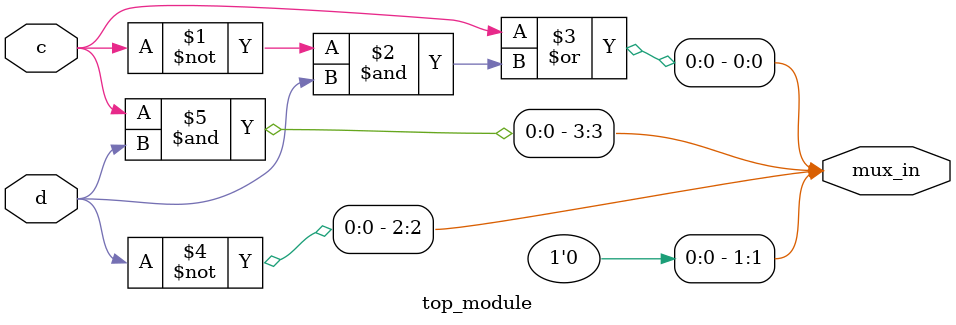
<source format=v>
module top_module (
    input c,
    input d,
    output [3:0] mux_in
);
    assign mux_in[0] = c | (~c & d);
    assign mux_in[1] = 1'b0;
    assign mux_in[2] = ~d;
    assign mux_in[3] = c & d;

endmodule

</source>
